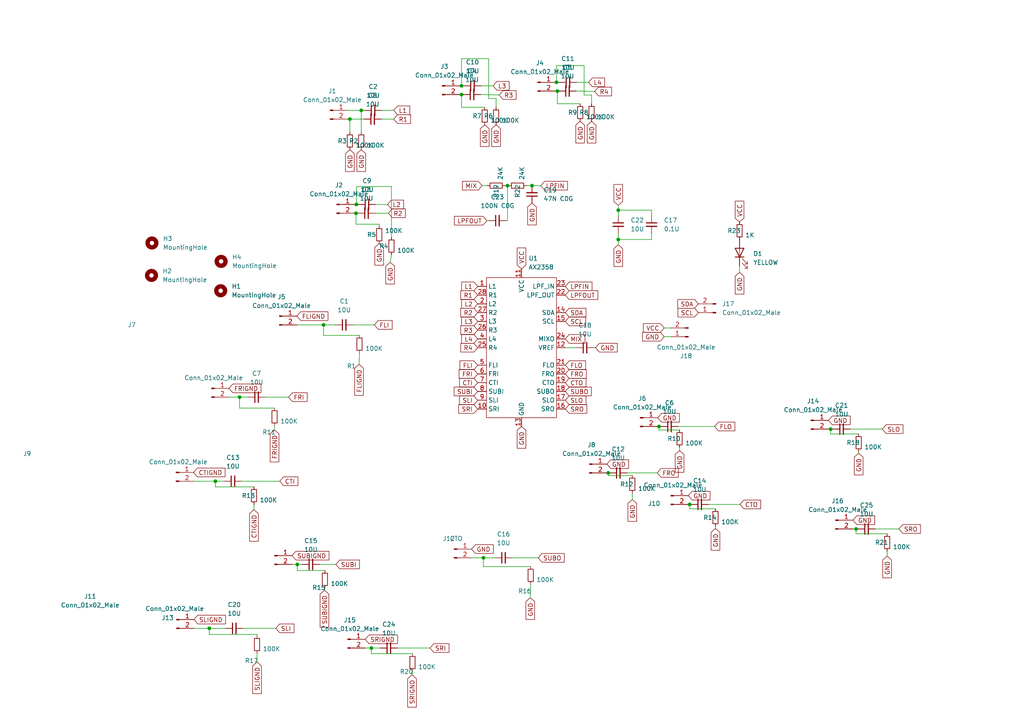
<source format=kicad_sch>
(kicad_sch (version 20230121) (generator eeschema)
  (paper "A4")
  (lib_symbols
    (symbol "Audio:AX2358"
      (property "Reference" "U" (at 0 0 0))
      (property "Value" "AX2358" (at 0 0 0))
      (symbol "AX2358_0_1"
        (polyline (pts (xy -10.16 50.8) (xy -10.16 12.7) (xy 10.16 12.7) (xy 10.16 53.34) (xy -10.16 53.34) (xy -10.16 50.8)))
      )
      (symbol "AX2358_1_1"
        (pin input line (at -12.7 50.8 0) (length 2.54) (name "L1") (number "1"))
        (pin input line (at -12.7 15.24 0) (length 2.54) (name "SRI") (number "10"))
        (pin input line (at 0 55.88 270) (length 2.54) (name "VCC") (number "11"))
        (pin output line (at 12.7 33.02 180) (length 2.54) (name "VREF") (number "12"))
        (pin input line (at 0 10.16 90) (length 2.54) (name "GND") (number "13"))
        (pin bidirectional line (at 12.7 43.18 180) (length 2.54) (name "SDA") (number "14"))
        (pin bidirectional line (at 12.7 40.64 180) (length 2.54) (name "SCL") (number "15"))
        (pin output line (at 12.7 15.24 180) (length 2.54) (name "SRO") (number "16"))
        (pin output line (at 12.7 17.78 180) (length 2.54) (name "SLO") (number "17"))
        (pin output line (at 12.7 20.32 180) (length 2.54) (name "SUBO") (number "18"))
        (pin output line (at 12.7 22.86 180) (length 2.54) (name "CTO") (number "19"))
        (pin input line (at -12.7 45.72 0) (length 2.54) (name "L2") (number "2"))
        (pin output line (at 12.7 25.4 180) (length 2.54) (name "FRO") (number "20"))
        (pin output line (at 12.7 27.94 180) (length 2.54) (name "FLO") (number "21"))
        (pin output line (at 12.7 48.26 180) (length 2.54) (name "LPF_OUT") (number "22"))
        (pin input line (at 12.7 50.8 180) (length 2.54) (name "LPF_IN") (number "23"))
        (pin output line (at 12.7 35.56 180) (length 2.54) (name "MIXO") (number "24"))
        (pin input line (at -12.7 33.02 0) (length 2.54) (name "R4") (number "25"))
        (pin input line (at -12.7 38.1 0) (length 2.54) (name "R3") (number "26"))
        (pin input line (at -12.7 43.18 0) (length 2.54) (name "R2") (number "27"))
        (pin input line (at -12.7 48.26 0) (length 2.54) (name "R1") (number "28"))
        (pin input line (at -12.7 40.64 0) (length 2.54) (name "L3") (number "3"))
        (pin input line (at -12.7 35.56 0) (length 2.54) (name "L4") (number "4"))
        (pin input line (at -12.7 27.94 0) (length 2.54) (name "FLI") (number "5"))
        (pin input line (at -12.7 25.4 0) (length 2.54) (name "FRI") (number "6"))
        (pin input line (at -12.7 22.86 0) (length 2.54) (name "CTI") (number "7"))
        (pin input line (at -12.7 20.32 0) (length 2.54) (name "SUBI") (number "8"))
        (pin input line (at -12.7 17.78 0) (length 2.54) (name "SLI") (number "9"))
      )
    )
    (symbol "Connector:Conn_01x02_Male" (pin_names (offset 1.016) hide)
      (property "Reference" "J" (at 0 2.54 0))
      (property "Value" "Conn_01x02_Male" (at 0 -5.08 0))
      (symbol "Conn_01x02_Male_1_1"
        (polyline (pts (xy 1.27 -2.54) (xy 0.8636 -2.54)) (stroke (width 0.1524)))
        (polyline (pts (xy 1.27 0) (xy 0.8636 0)) (stroke (width 0.1524)))
        (rectangle (start 0.8636 -2.413) (end 0 -2.667) (stroke (width 0.1524)) (fill (type outline)))
        (rectangle (start 0.8636 0.127) (end 0 -0.127) (stroke (width 0.1524)) (fill (type outline)))
        (pin passive line (at 5.08 0 180) (length 3.81) (name "Pin_1") (number "1"))
        (pin passive line (at 5.08 -2.54 180) (length 3.81) (name "Pin_2") (number "2"))
      )
    )
    (symbol "Device:C_Small" (pin_numbers hide) (pin_names (offset 0.254) hide)
      (property "Reference" "C" (at 0.254 1.778 0))
      (property "Value" "C_Small" (at 0.254 -2.032 0))
      (symbol "C_Small_0_1"
        (polyline (pts (xy -1.524 -0.508) (xy 1.524 -0.508)) (stroke (width 0.3302)))
        (polyline (pts (xy -1.524 0.508) (xy 1.524 0.508)) (stroke (width 0.3048)))
      )
      (symbol "C_Small_1_1"
        (pin passive line (at 0 2.54 270) (length 2.032) (name "~") (number "1"))
        (pin passive line (at 0 -2.54 90) (length 2.032) (name "~") (number "2"))
      )
    )
    (symbol "Device:LED" (pin_numbers hide) (pin_names (offset 1.016) hide)
      (property "Reference" "D" (at 0 2.54 0))
      (property "Value" "LED" (at 0 -2.54 0))
      (symbol "LED_0_1"
        (polyline (pts (xy -1.27 -1.27) (xy -1.27 1.27)) (stroke (width 0.254)))
        (polyline (pts (xy -1.27 0) (xy 1.27 0)))
        (polyline (pts (xy 1.27 -1.27) (xy 1.27 1.27) (xy -1.27 0) (xy 1.27 -1.27)) (stroke (width 0.254)))
        (polyline (pts (xy -3.048 -0.762) (xy -4.572 -2.286) (xy -3.81 -2.286) (xy -4.572 -2.286) (xy -4.572 -1.524)))
        (polyline (pts (xy -1.778 -0.762) (xy -3.302 -2.286) (xy -2.54 -2.286) (xy -3.302 -2.286) (xy -3.302 -1.524)))
      )
      (symbol "LED_1_1"
        (pin passive line (at -3.81 0 0) (length 2.54) (name "K") (number "1"))
        (pin passive line (at 3.81 0 180) (length 2.54) (name "A") (number "2"))
      )
    )
    (symbol "Device:R_Small" (pin_numbers hide) (pin_names (offset 0.254) hide)
      (property "Reference" "R" (at 0.762 0.508 0))
      (property "Value" "R_Small" (at 0.762 -1.016 0))
      (symbol "R_Small_0_1"
        (rectangle (start -0.762 1.778) (end 0.762 -1.778) (stroke (width 0.2032)))
      )
      (symbol "R_Small_1_1"
        (pin passive line (at 0 2.54 270) (length 0.762) (name "~") (number "1"))
        (pin passive line (at 0 -2.54 90) (length 0.762) (name "~") (number "2"))
      )
    )
    (symbol "Mechanical:MountingHole" (pin_names (offset 1.016))
      (property "Reference" "H" (at 0 5.08 0))
      (property "Value" "MountingHole" (at 0 3.175 0))
      (symbol "MountingHole_0_1"
        (circle (center 0 0) (radius 1.27) (stroke (width 1.27)))
      )
    )
  )
  (junction (at 69.469 115.189))
  (junction (at 179.324 60.96))
  (junction (at 104.775 32.004))
  (junction (at 161.417 23.876))
  (junction (at 103.378 59.309))
  (junction (at 103.251 61.849))
  (junction (at 101.473 34.544))
  (junction (at 179.324 69.469))
  (junction (at 60.706 182.245))
  (junction (at 147.193 53.848))
  (junction (at 140.208 161.798))
  (junction (at 176.403 137.16))
  (junction (at 107.696 187.96))
  (junction (at 240.919 124.46))
  (junction (at 93.853 94.234))
  (junction (at 86.233 163.703))
  (junction (at 191.135 123.698))
  (junction (at 133.858 27.432))
  (junction (at 154.305 53.848))
  (junction (at 161.671 26.416))
  (junction (at 248.285 153.416))
  (junction (at 62.484 139.573))
  (junction (at 200.025 146.304))
  (junction (at 133.858 24.892))
  (wire (pts (xy 62.484 139.573) (xy 62.484 141.224)))
  (wire (pts (xy 94.107 171.196) (xy 94.234 170.561)))
  (wire (pts (xy 161.036 26.416) (xy 161.671 26.416)))
  (wire (pts (xy 110.744 32.004) (xy 114.173 32.004)))
  (wire (pts (xy 110.617 34.544) (xy 114.173 34.544)))
  (wire (pts (xy 104.775 32.004) (xy 104.775 38.354)))
  (wire (pts (xy 103.251 61.849) (xy 103.251 65.024)))
  (wire (pts (xy 183.388 143.002) (xy 183.388 144.907)))
  (wire (pts (xy 140.589 27.432) (xy 144.78 27.559)))
  (wire (pts (xy 86.233 163.703) (xy 86.233 165.481)))
  (wire (pts (xy 194.564 97.663) (xy 192.659 97.663)))
  (wire (pts (xy 207.518 152.654) (xy 207.518 153.289)))
  (wire (pts (xy 147.193 53.848) (xy 146.431 53.848)))
  (wire (pts (xy 107.696 187.96) (xy 105.918 187.96)))
  (wire (pts (xy 133.858 24.892) (xy 133.35 24.892)))
  (wire (pts (xy 143.891 31.115) (xy 143.891 28.575)))
  (wire (pts (xy 197.104 129.794) (xy 197.104 130.683)))
  (wire (pts (xy 113.538 54.102) (xy 103.378 54.102)))
  (wire (pts (xy 93.853 97.282) (xy 104.267 97.282)))
  (wire (pts (xy 161.671 30.099) (xy 168.275 30.099)))
  (wire (pts (xy 69.469 115.189) (xy 66.421 115.189)))
  (wire (pts (xy 154.305 53.848) (xy 152.654 53.848)))
  (wire (pts (xy 107.696 189.611) (xy 119.634 189.611)))
  (wire (pts (xy 257.302 159.893) (xy 257.302 161.29)))
  (wire (pts (xy 133.35 27.432) (xy 133.858 27.432)))
  (wire (pts (xy 108.839 61.849) (xy 112.649 61.849)))
  (wire (pts (xy 113.538 73.914) (xy 113.157 76.073)))
  (wire (pts (xy 69.469 118.364) (xy 79.629 118.364)))
  (wire (pts (xy 179.324 70.993) (xy 179.324 69.469)))
  (wire (pts (xy 161.417 19.05) (xy 161.417 23.876)))
  (wire (pts (xy 156.845 53.848) (xy 154.305 53.848)))
  (wire (pts (xy 248.285 153.416) (xy 247.396 153.416)))
  (wire (pts (xy 133.858 31.115) (xy 140.589 31.115)))
  (wire (pts (xy 171.577 30.099) (xy 171.577 27.559)))
  (wire (pts (xy 205.486 146.304) (xy 214.63 146.304)))
  (wire (pts (xy 176.403 137.16) (xy 176.022 137.16)))
  (wire (pts (xy 100.838 34.544) (xy 101.473 34.544)))
  (wire (pts (xy 74.549 192.024) (xy 74.549 189.484)))
  (wire (pts (xy 143.51 161.798) (xy 140.208 161.798)))
  (wire (pts (xy 108.966 59.309) (xy 112.395 59.309)))
  (wire (pts (xy 60.706 182.245) (xy 60.706 184.023)))
  (wire (pts (xy 104.14 105.664) (xy 104.267 102.362)))
  (wire (pts (xy 200.025 146.304) (xy 199.644 146.304)))
  (wire (pts (xy 140.208 161.798) (xy 140.208 164.338)))
  (wire (pts (xy 133.858 27.432) (xy 134.366 27.432)))
  (wire (pts (xy 169.418 27.559) (xy 169.418 19.05)))
  (wire (pts (xy 172.72 100.838) (xy 172.212 100.838)))
  (wire (pts (xy 119.507 195.707) (xy 119.634 194.691)))
  (wire (pts (xy 191.135 124.714) (xy 197.104 124.714)))
  (wire (pts (xy 188.976 60.96) (xy 179.324 60.96)))
  (wire (pts (xy 97.282 94.234) (xy 93.853 94.234)))
  (wire (pts (xy 92.71 163.703) (xy 97.409 163.703)))
  (wire (pts (xy 141.732 17.018) (xy 133.858 17.018)))
  (wire (pts (xy 93.853 94.234) (xy 93.853 97.282)))
  (wire (pts (xy 104.775 32.004) (xy 100.838 32.004)))
  (wire (pts (xy 115.316 187.96) (xy 124.714 187.96)))
  (wire (pts (xy 248.793 153.416) (xy 248.285 153.416)))
  (wire (pts (xy 139.446 27.432) (xy 140.589 27.432)))
  (wire (pts (xy 200.025 147.574) (xy 207.518 147.574)))
  (wire (pts (xy 65.024 139.573) (xy 62.484 139.573)))
  (wire (pts (xy 107.696 187.96) (xy 107.696 189.611)))
  (wire (pts (xy 105.664 32.004) (xy 104.775 32.004)))
  (wire (pts (xy 143.891 28.575) (xy 141.732 28.575)))
  (wire (pts (xy 240.919 125.857) (xy 249.047 125.857)))
  (wire (pts (xy 179.324 60.96) (xy 179.324 62.611)))
  (wire (pts (xy 167.259 23.876) (xy 170.688 23.876)))
  (wire (pts (xy 167.132 100.838) (xy 163.957 100.838)))
  (wire (pts (xy 168.275 26.416) (xy 172.466 26.543)))
  (wire (pts (xy 196.723 123.698) (xy 207.264 123.698)))
  (wire (pts (xy 153.924 169.418) (xy 153.797 173.355)))
  (wire (pts (xy 79.629 124.714) (xy 79.629 123.444)))
  (wire (pts (xy 148.59 161.798) (xy 156.083 161.798)))
  (wire (pts (xy 161.036 23.876) (xy 161.417 23.876)))
  (wire (pts (xy 69.469 115.189) (xy 69.469 118.364)))
  (wire (pts (xy 176.784 137.16) (xy 176.403 137.16)))
  (wire (pts (xy 141.351 53.848) (xy 139.827 53.848)))
  (wire (pts (xy 110.236 187.96) (xy 107.696 187.96)))
  (wire (pts (xy 179.324 59.563) (xy 179.324 60.96)))
  (wire (pts (xy 171.577 27.559) (xy 169.418 27.559)))
  (wire (pts (xy 62.484 141.224) (xy 73.66 141.224)))
  (wire (pts (xy 102.743 59.309) (xy 103.378 59.309)))
  (wire (pts (xy 71.882 115.189) (xy 69.469 115.189)))
  (wire (pts (xy 101.473 34.544) (xy 105.537 34.544)))
  (wire (pts (xy 161.417 23.876) (xy 162.179 23.876)))
  (wire (pts (xy 241.554 124.46) (xy 240.919 124.46)))
  (wire (pts (xy 179.324 69.469) (xy 188.976 69.469)))
  (wire (pts (xy 147.193 64.008) (xy 146.812 64.008)))
  (wire (pts (xy 167.132 26.416) (xy 168.275 26.416)))
  (wire (pts (xy 161.671 26.416) (xy 161.671 30.099)))
  (wire (pts (xy 134.493 24.892) (xy 133.858 24.892)))
  (wire (pts (xy 103.378 54.102) (xy 103.378 59.309)))
  (wire (pts (xy 70.485 182.245) (xy 80.01 182.245)))
  (wire (pts (xy 87.63 163.703) (xy 86.233 163.703)))
  (wire (pts (xy 60.706 182.245) (xy 56.261 182.245)))
  (wire (pts (xy 191.135 123.698) (xy 191.135 124.714)))
  (wire (pts (xy 74.549 184.023) (xy 74.549 184.404)))
  (wire (pts (xy 191.135 123.698) (xy 190.754 123.698)))
  (wire (pts (xy 194.564 95.123) (xy 192.659 95.123)))
  (wire (pts (xy 139.573 24.892) (xy 143.002 24.892)))
  (wire (pts (xy 93.853 94.234) (xy 86.106 94.234)))
  (wire (pts (xy 141.732 28.575) (xy 141.732 17.018)))
  (wire (pts (xy 147.193 53.848) (xy 147.193 64.008)))
  (wire (pts (xy 76.962 115.189) (xy 83.693 115.189)))
  (wire (pts (xy 188.976 69.469) (xy 188.976 67.691)))
  (wire (pts (xy 179.324 69.469) (xy 179.324 67.691)))
  (wire (pts (xy 176.403 137.16) (xy 176.403 137.922)))
  (wire (pts (xy 73.66 147.828) (xy 73.66 146.304)))
  (wire (pts (xy 113.538 68.834) (xy 113.538 54.102)))
  (wire (pts (xy 102.743 61.849) (xy 103.251 61.849)))
  (wire (pts (xy 103.378 59.309) (xy 103.886 59.309)))
  (wire (pts (xy 141.224 64.008) (xy 141.732 64.008)))
  (wire (pts (xy 103.251 65.024) (xy 109.982 65.024)))
  (wire (pts (xy 133.858 27.432) (xy 133.858 31.115)))
  (wire (pts (xy 60.706 184.023) (xy 74.549 184.023)))
  (wire (pts (xy 248.285 154.813) (xy 257.302 154.813)))
  (wire (pts (xy 214.503 78.994) (xy 214.503 77.089)))
  (wire (pts (xy 109.982 65.024) (xy 109.982 65.532)))
  (wire (pts (xy 176.403 137.922) (xy 183.388 137.922)))
  (wire (pts (xy 147.574 53.848) (xy 147.193 53.848)))
  (wire (pts (xy 70.104 139.573) (xy 81.153 139.573)))
  (wire (pts (xy 86.233 163.703) (xy 84.709 163.703)))
  (wire (pts (xy 65.405 182.245) (xy 60.706 182.245)))
  (wire (pts (xy 191.643 123.698) (xy 191.135 123.698)))
  (wire (pts (xy 102.362 94.234) (xy 108.585 94.234)))
  (wire (pts (xy 62.484 139.573) (xy 56.134 139.573)))
  (wire (pts (xy 200.406 146.304) (xy 200.025 146.304)))
  (wire (pts (xy 169.418 19.05) (xy 161.417 19.05)))
  (wire (pts (xy 248.285 153.416) (xy 248.285 154.813)))
  (wire (pts (xy 200.025 146.304) (xy 200.025 147.574)))
  (wire (pts (xy 240.919 124.46) (xy 240.919 125.857)))
  (wire (pts (xy 86.233 165.481) (xy 94.234 165.481)))
  (wire (pts (xy 246.634 124.46) (xy 255.905 124.46)))
  (wire (pts (xy 140.208 164.338) (xy 153.924 164.338)))
  (wire (pts (xy 103.251 61.849) (xy 103.759 61.849)))
  (wire (pts (xy 253.873 153.416) (xy 260.731 153.416)))
  (wire (pts (xy 249.047 130.937) (xy 249.047 131.445)))
  (wire (pts (xy 188.976 62.611) (xy 188.976 60.96)))
  (wire (pts (xy 240.919 124.46) (xy 240.284 124.46)))
  (wire (pts (xy 133.858 17.018) (xy 133.858 24.892)))
  (wire (pts (xy 181.864 137.16) (xy 190.627 137.16)))
  (wire (pts (xy 161.671 26.416) (xy 162.052 26.416)))
  (wire (pts (xy 101.473 34.544) (xy 101.473 38.354)))
  (wire (pts (xy 140.208 161.798) (xy 136.779 161.798)))
  (global_label "R2" (shape input) (at 138.557 90.678 180) (property "Intersheetrefs" "${INTERSHEET_REFS}" (effects hide)))
  (global_label "GND" (shape input) (at 171.577 35.179 270) (property "Intersheetrefs" "${INTERSHEET_REFS}" (effects hide)))
  (global_label "GND" (shape input) (at 136.779 159.258 0) (property "Intersheetrefs" "${INTERSHEET_REFS}" (effects hide)))
  (global_label "LPFIN" (shape input) (at 156.845 53.848 0) (property "Intersheetrefs" "${INTERSHEET_REFS}" (effects hide)))
  (global_label "GND" (shape input) (at 207.518 153.289 270) (property "Intersheetrefs" "${INTERSHEET_REFS}" (effects hide)))
  (global_label "GND" (shape input) (at 199.644 143.764 0) (property "Intersheetrefs" "${INTERSHEET_REFS}" (effects hide)))
  (global_label "R1" (shape input) (at 138.557 85.598 180) (property "Intersheetrefs" "${INTERSHEET_REFS}" (effects hide)))
  (global_label "GND" (shape input) (at 214.503 78.994 270) (property "Intersheetrefs" "${INTERSHEET_REFS}" (effects hide)))
  (global_label "FRI" (shape input) (at 138.557 108.458 180) (property "Intersheetrefs" "${INTERSHEET_REFS}" (effects hide)))
  (global_label "VCC" (shape input) (at 214.503 64.389 90) (property "Intersheetrefs" "${INTERSHEET_REFS}" (effects hide)))
  (global_label "SLI" (shape input) (at 138.557 116.078 180) (property "Intersheetrefs" "${INTERSHEET_REFS}" (effects hide)))
  (global_label "SUBIGND" (shape input) (at 84.709 161.163 0) (property "Intersheetrefs" "${INTERSHEET_REFS}" (effects hide)))
  (global_label "CTIGND" (shape input) (at 56.134 137.033 0) (property "Intersheetrefs" "${INTERSHEET_REFS}" (effects hide)))
  (global_label "FLI" (shape input) (at 108.585 94.234 0) (property "Intersheetrefs" "${INTERSHEET_REFS}" (effects hide)))
  (global_label "SLIGND" (shape input) (at 56.261 179.705 0) (property "Intersheetrefs" "${INTERSHEET_REFS}" (effects hide)))
  (global_label "GND" (shape input) (at 168.275 35.179 270) (property "Intersheetrefs" "${INTERSHEET_REFS}" (effects hide)))
  (global_label "GND" (shape input) (at 104.775 43.434 270) (property "Intersheetrefs" "${INTERSHEET_REFS}" (effects hide)))
  (global_label "SCL" (shape input) (at 163.957 93.218 0) (property "Intersheetrefs" "${INTERSHEET_REFS}" (effects hide)))
  (global_label "SRIGND" (shape input) (at 105.918 185.42 0) (property "Intersheetrefs" "${INTERSHEET_REFS}" (effects hide)))
  (global_label "L4" (shape input) (at 138.557 98.298 180) (property "Intersheetrefs" "${INTERSHEET_REFS}" (effects hide)))
  (global_label "GND" (shape input) (at 257.302 161.29 270) (property "Intersheetrefs" "${INTERSHEET_REFS}" (effects hide)))
  (global_label "VCC" (shape input) (at 151.257 77.978 90) (property "Intersheetrefs" "${INTERSHEET_REFS}" (effects hide)))
  (global_label "GND" (shape input) (at 183.388 144.907 270) (property "Intersheetrefs" "${INTERSHEET_REFS}" (effects hide)))
  (global_label "L1" (shape input) (at 114.173 32.004 0) (property "Intersheetrefs" "${INTERSHEET_REFS}" (effects hide)))
  (global_label "GND" (shape input) (at 143.891 36.195 270) (property "Intersheetrefs" "${INTERSHEET_REFS}" (effects hide)))
  (global_label "SLO" (shape input) (at 255.905 124.46 0) (property "Intersheetrefs" "${INTERSHEET_REFS}" (effects hide)))
  (global_label "LPFOUT" (shape input) (at 163.957 85.598 0) (property "Intersheetrefs" "${INTERSHEET_REFS}" (effects hide)))
  (global_label "FRIGND" (shape input) (at 66.421 112.649 0) (property "Intersheetrefs" "${INTERSHEET_REFS}" (effects hide)))
  (global_label "L2" (shape input) (at 112.395 59.309 0) (property "Intersheetrefs" "${INTERSHEET_REFS}" (effects hide)))
  (global_label "LPFIN" (shape input) (at 163.957 83.058 0) (property "Intersheetrefs" "${INTERSHEET_REFS}" (effects hide)))
  (global_label "R3" (shape input) (at 144.78 27.559 0) (property "Intersheetrefs" "${INTERSHEET_REFS}" (effects hide)))
  (global_label "VCC" (shape input) (at 179.324 59.563 90) (property "Intersheetrefs" "${INTERSHEET_REFS}" (effects hide)))
  (global_label "GND" (shape input) (at 176.022 134.62 0) (property "Intersheetrefs" "${INTERSHEET_REFS}" (effects hide)))
  (global_label "GND" (shape input) (at 247.396 150.876 0) (property "Intersheetrefs" "${INTERSHEET_REFS}" (effects hide)))
  (global_label "MIX" (shape input) (at 163.957 98.298 0) (property "Intersheetrefs" "${INTERSHEET_REFS}" (effects hide)))
  (global_label "R2" (shape input) (at 112.649 61.849 0) (property "Intersheetrefs" "${INTERSHEET_REFS}" (effects hide)))
  (global_label "SLI" (shape input) (at 80.01 182.245 0) (property "Intersheetrefs" "${INTERSHEET_REFS}" (effects hide)))
  (global_label "FRI" (shape input) (at 83.693 115.189 0) (property "Intersheetrefs" "${INTERSHEET_REFS}" (effects hide)))
  (global_label "R4" (shape input) (at 172.466 26.543 0) (property "Intersheetrefs" "${INTERSHEET_REFS}" (effects hide)))
  (global_label "SUBO" (shape input) (at 163.957 113.538 0) (property "Intersheetrefs" "${INTERSHEET_REFS}" (effects hide)))
  (global_label "GND" (shape input) (at 240.284 121.92 0) (property "Intersheetrefs" "${INTERSHEET_REFS}" (effects hide)))
  (global_label "GND" (shape input) (at 179.324 70.993 270) (property "Intersheetrefs" "${INTERSHEET_REFS}" (effects hide)))
  (global_label "SDA" (shape input) (at 202.565 88.138 180) (property "Intersheetrefs" "${INTERSHEET_REFS}" (effects hide)))
  (global_label "GND" (shape input) (at 151.257 123.698 270) (property "Intersheetrefs" "${INTERSHEET_REFS}" (effects hide)))
  (global_label "SLIGND" (shape input) (at 74.549 192.024 270) (property "Intersheetrefs" "${INTERSHEET_REFS}" (effects hide)))
  (global_label "SRIGND" (shape input) (at 119.507 195.707 270) (property "Intersheetrefs" "${INTERSHEET_REFS}" (effects hide)))
  (global_label "L2" (shape input) (at 138.557 88.138 180) (property "Intersheetrefs" "${INTERSHEET_REFS}" (effects hide)))
  (global_label "FRO" (shape input) (at 190.627 137.16 0) (property "Intersheetrefs" "${INTERSHEET_REFS}" (effects hide)))
  (global_label "R1" (shape input) (at 114.173 34.544 0) (property "Intersheetrefs" "${INTERSHEET_REFS}" (effects hide)))
  (global_label "GND" (shape input) (at 140.589 36.195 270) (property "Intersheetrefs" "${INTERSHEET_REFS}" (effects hide)))
  (global_label "SUBIGND" (shape input) (at 94.107 171.196 270) (property "Intersheetrefs" "${INTERSHEET_REFS}" (effects hide)))
  (global_label "SDA" (shape input) (at 163.957 90.678 0) (property "Intersheetrefs" "${INTERSHEET_REFS}" (effects hide)))
  (global_label "GND" (shape input) (at 197.104 130.683 270) (property "Intersheetrefs" "${INTERSHEET_REFS}" (effects hide)))
  (global_label "FLIGND" (shape input) (at 104.14 105.664 270) (property "Intersheetrefs" "${INTERSHEET_REFS}" (effects hide)))
  (global_label "FRIGND" (shape input) (at 79.629 124.714 270) (property "Intersheetrefs" "${INTERSHEET_REFS}" (effects hide)))
  (global_label "SRO" (shape input) (at 163.957 118.618 0) (property "Intersheetrefs" "${INTERSHEET_REFS}" (effects hide)))
  (global_label "L1" (shape input) (at 138.557 83.058 180) (property "Intersheetrefs" "${INTERSHEET_REFS}" (effects hide)))
  (global_label "FLIGND" (shape input) (at 86.106 91.694 0) (property "Intersheetrefs" "${INTERSHEET_REFS}" (effects hide)))
  (global_label "CTIGND" (shape input) (at 73.66 147.828 270) (property "Intersheetrefs" "${INTERSHEET_REFS}" (effects hide)))
  (global_label "SCL" (shape input) (at 202.565 90.678 180) (property "Intersheetrefs" "${INTERSHEET_REFS}" (effects hide)))
  (global_label "GND" (shape input) (at 109.982 70.612 270) (property "Intersheetrefs" "${INTERSHEET_REFS}" (effects hide)))
  (global_label "SLO" (shape input) (at 163.957 116.078 0) (property "Intersheetrefs" "${INTERSHEET_REFS}" (effects hide)))
  (global_label "R4" (shape input) (at 138.557 100.838 180) (property "Intersheetrefs" "${INTERSHEET_REFS}" (effects hide)))
  (global_label "L4" (shape input) (at 170.688 23.876 0) (property "Intersheetrefs" "${INTERSHEET_REFS}" (effects hide)))
  (global_label "GND" (shape input) (at 101.473 43.434 270) (property "Intersheetrefs" "${INTERSHEET_REFS}" (effects hide)))
  (global_label "FRO" (shape input) (at 163.957 108.458 0) (property "Intersheetrefs" "${INTERSHEET_REFS}" (effects hide)))
  (global_label "L3" (shape input) (at 138.557 93.218 180) (property "Intersheetrefs" "${INTERSHEET_REFS}" (effects hide)))
  (global_label "SRI" (shape input) (at 138.557 118.618 180) (property "Intersheetrefs" "${INTERSHEET_REFS}" (effects hide)))
  (global_label "SRI" (shape input) (at 124.714 187.96 0) (property "Intersheetrefs" "${INTERSHEET_REFS}" (effects hide)))
  (global_label "FLO" (shape input) (at 163.957 105.918 0) (property "Intersheetrefs" "${INTERSHEET_REFS}" (effects hide)))
  (global_label "SUBI" (shape input) (at 97.409 163.703 0) (property "Intersheetrefs" "${INTERSHEET_REFS}" (effects hide)))
  (global_label "CTI" (shape input) (at 138.557 110.998 180) (property "Intersheetrefs" "${INTERSHEET_REFS}" (effects hide)))
  (global_label "GND" (shape input) (at 172.72 100.838 0) (property "Intersheetrefs" "${INTERSHEET_REFS}" (effects hide)))
  (global_label "SUBO" (shape input) (at 156.083 161.798 0) (property "Intersheetrefs" "${INTERSHEET_REFS}" (effects hide)))
  (global_label "LPFOUT" (shape input) (at 141.224 64.008 180) (property "Intersheetrefs" "${INTERSHEET_REFS}" (effects hide)))
  (global_label "GND" (shape input) (at 192.659 97.663 180) (property "Intersheetrefs" "${INTERSHEET_REFS}" (effects hide)))
  (global_label "FLO" (shape input) (at 207.264 123.698 0) (property "Intersheetrefs" "${INTERSHEET_REFS}" (effects hide)))
  (global_label "MIX" (shape input) (at 139.827 53.848 180) (property "Intersheetrefs" "${INTERSHEET_REFS}" (effects hide)))
  (global_label "GND" (shape input) (at 153.797 173.355 270) (property "Intersheetrefs" "${INTERSHEET_REFS}" (effects hide)))
  (global_label "CTO" (shape input) (at 163.957 110.998 0) (property "Intersheetrefs" "${INTERSHEET_REFS}" (effects hide)))
  (global_label "GND" (shape input) (at 113.157 76.073 270) (property "Intersheetrefs" "${INTERSHEET_REFS}" (effects hide)))
  (global_label "GND" (shape input) (at 190.754 121.158 0) (property "Intersheetrefs" "${INTERSHEET_REFS}" (effects hide)))
  (global_label "FLI" (shape input) (at 138.557 105.918 180) (property "Intersheetrefs" "${INTERSHEET_REFS}" (effects hide)))
  (global_label "CTO" (shape input) (at 214.63 146.304 0) (property "Intersheetrefs" "${INTERSHEET_REFS}" (effects hide)))
  (global_label "R3" (shape input) (at 138.557 95.758 180) (property "Intersheetrefs" "${INTERSHEET_REFS}" (effects hide)))
  (global_label "GND" (shape input) (at 249.047 131.445 270) (property "Intersheetrefs" "${INTERSHEET_REFS}" (effects hide)))
  (global_label "SUBI" (shape input) (at 138.557 113.538 180) (property "Intersheetrefs" "${INTERSHEET_REFS}" (effects hide)))
  (global_label "GND" (shape input) (at 154.305 58.928 270) (property "Intersheetrefs" "${INTERSHEET_REFS}" (effects hide)))
  (global_label "VCC" (shape input) (at 192.659 95.123 180) (property "Intersheetrefs" "${INTERSHEET_REFS}" (effects hide)))
  (global_label "L3" (shape input) (at 143.002 24.892 0) (property "Intersheetrefs" "${INTERSHEET_REFS}" (effects hide)))
  (global_label "SRO" (shape input) (at 260.731 153.416 0) (property "Intersheetrefs" "${INTERSHEET_REFS}" (effects hide)))
  (global_label "CTI" (shape input) (at 81.153 139.573 0) (property "Intersheetrefs" "${INTERSHEET_REFS}" (effects hide)))
  (symbol (lib_id "Device:C_Small") (at 67.564 139.573 90) (unit 1)
    (property "Reference" "C13" (at 67.5703 132.715 90))
    (property "Value" "10U" (at 67.5703 135.255 90))
    (property "Footprint" "Capacitor_THT:CP_Radial_D5.0mm_P2.50mm" (effects hide))
  )
  (symbol (lib_id "Device:R_Small") (at 143.891 53.848 90) (unit 1)
    (property "Reference" "R19" (at 143.891 57.404 0) (effects (justify left)))
    (property "Value" "24K" (at 145.1609 52.197 0) (effects (justify left)))
    (property "Footprint" "Resistor_SMD:R_0805_2012Metric_Pad1.20x1.40mm_HandSolder" (effects hide))
  )
  (symbol (lib_id "Connector:Conn_01x02_Male") (at 97.663 59.309 0) (unit 1)
    (property "Reference" "J2" (at 98.298 53.721 0))
    (property "Value" "Conn_01x02_Male" (at 98.298 56.261 0))
    (property "Footprint" "Connector_JST:JST_PH_B2B-PH-K_1x02_P2.00mm_Vertical" (effects hide))
  )
  (symbol (lib_id "Device:R_Small") (at 109.982 68.072 0) (unit 1)
    (property "Reference" "R5" (at 106.426 68.072 0) (effects (justify left)))
    (property "Value" "100K" (at 111.633 66.929 0) (effects (justify left)))
    (property "Footprint" "Resistor_SMD:R_0805_2012Metric_Pad1.20x1.40mm_HandSolder" (effects hide))
  )
  (symbol (lib_id "Device:R_Small") (at 171.577 32.639 0) (unit 1)
    (property "Reference" "R8" (at 168.021 32.639 0) (effects (justify left)))
    (property "Value" "100K" (at 173.228 33.9089 0) (effects (justify left)))
    (property "Footprint" "Resistor_SMD:R_0805_2012Metric_Pad1.20x1.40mm_HandSolder" (effects hide))
  )
  (symbol (lib_id "Device:R_Small") (at 153.924 166.878 0) (unit 1)
    (property "Reference" "R16" (at 150.241 171.45 0) (effects (justify left)))
    (property "Value" "100K" (at 155.575 168.1479 0) (effects (justify left)))
    (property "Footprint" "Resistor_SMD:R_0805_2012Metric_Pad1.20x1.40mm_HandSolder" (effects hide))
  )
  (symbol (lib_id "Connector:Conn_01x02_Male") (at 100.838 185.42 0) (unit 1)
    (property "Reference" "J15" (at 101.473 179.832 0))
    (property "Value" "Conn_01x02_Male" (at 101.473 182.372 0))
    (property "Footprint" "Connector_JST:JST_PH_B2B-PH-K_1x02_P2.00mm_Vertical" (effects hide))
  )
  (symbol (lib_id "Device:R_Small") (at 140.589 33.655 0) (unit 1)
    (property "Reference" "R7" (at 137.033 33.655 0) (effects (justify left)))
    (property "Value" "100K" (at 142.24 34.9249 0) (effects (justify left)))
    (property "Footprint" "Resistor_SMD:R_0805_2012Metric_Pad1.20x1.40mm_HandSolder" (effects hide))
  )
  (symbol (lib_id "Connector:Conn_01x02_Male") (at 235.204 121.92 0) (unit 1)
    (property "Reference" "J14" (at 235.839 116.332 0))
    (property "Value" "Conn_01x02_Male" (at 235.839 118.872 0))
    (property "Footprint" "Connector_JST:JST_PH_B2B-PH-K_1x02_P2.00mm_Vertical" (effects hide))
  )
  (symbol (lib_id "Connector:Conn_01x02_Male") (at 155.956 23.876 0) (unit 1)
    (property "Reference" "J4" (at 156.591 18.288 0))
    (property "Value" "Conn_01x02_Male" (at 156.591 20.828 0))
    (property "Footprint" "Connector_JST:JST_PH_B2B-PH-K_1x02_P2.00mm_Vertical" (effects hide))
  )
  (symbol (lib_id "Device:C_Small") (at 99.822 94.234 90) (unit 1)
    (property "Reference" "C1" (at 99.8283 87.376 90))
    (property "Value" "10U" (at 99.8283 89.916 90))
    (property "Footprint" "Capacitor_THT:CP_Radial_D5.0mm_P2.50mm" (effects hide))
  )
  (symbol (lib_id "Connector:Conn_01x02_Male") (at 170.942 134.62 0) (unit 1)
    (property "Reference" "J8" (at 171.577 129.032 0))
    (property "Value" "Conn_01x02_Male" (at 171.577 131.572 0))
    (property "Footprint" "Connector_JST:JST_PH_B2B-PH-K_1x02_P2.00mm_Vertical" (effects hide))
  )
  (symbol (lib_id "Device:R_Small") (at 79.629 120.904 0) (unit 1)
    (property "Reference" "R11" (at 76.073 125.349 0) (effects (justify left)))
    (property "Value" "100K" (at 81.28 122.1739 0) (effects (justify left)))
    (property "Footprint" "Resistor_SMD:R_0805_2012Metric_Pad1.20x1.40mm_HandSolder" (effects hide))
  )
  (symbol (lib_id "Device:C_Small") (at 136.906 27.432 90) (unit 1)
    (property "Reference" "C4" (at 136.9123 20.574 90))
    (property "Value" "10U" (at 136.9123 23.114 90))
    (property "Footprint" "Capacitor_THT:CP_Radial_D5.0mm_P2.50mm" (effects hide))
  )
  (symbol (lib_id "Connector:Conn_01x02_Male") (at 51.181 179.705 0) (unit 1)
    (property "Reference" "J13" (at 48.641 179.197 0))
    (property "Value" "Conn_01x02_Male" (at 50.673 176.53 0))
    (property "Footprint" "Connector_JST:JST_PH_B2B-PH-K_1x02_P2.00mm_Vertical" (effects hide))
  )
  (symbol (lib_id "Device:C_Small") (at 164.592 26.416 90) (unit 1)
    (property "Reference" "C5" (at 164.5983 19.558 90))
    (property "Value" "10U" (at 164.5983 22.098 90))
    (property "Footprint" "Capacitor_THT:CP_Radial_D5.0mm_P2.50mm" (effects hide))
  )
  (symbol (lib_id "Device:R_Small") (at 104.775 40.894 0) (unit 1)
    (property "Reference" "R2" (at 101.219 40.894 0) (effects (justify left)))
    (property "Value" "100K" (at 106.426 42.1639 0) (effects (justify left)))
    (property "Footprint" "Resistor_SMD:R_0805_2012Metric_Pad1.20x1.40mm_HandSolder" (effects hide))
  )
  (symbol (lib_id "Connector:Conn_01x02_Male") (at 95.758 32.004 0) (unit 1)
    (property "Reference" "J1" (at 96.393 26.416 0))
    (property "Value" "Conn_01x02_Male" (at 96.393 28.956 0))
    (property "Footprint" "Connector_JST:JST_PH_B2B-PH-K_1x02_P2.00mm_Vertical" (effects hide))
  )
  (symbol (lib_id "Device:R_Small") (at 150.114 53.848 90) (unit 1)
    (property "Reference" "R22" (at 150.114 57.404 0) (effects (justify left)))
    (property "Value" "24K" (at 151.3839 52.197 0) (effects (justify left)))
    (property "Footprint" "Resistor_SMD:R_0805_2012Metric_Pad1.20x1.40mm_HandSolder" (effects hide))
  )
  (symbol (lib_id "Mechanical:MountingHole") (at 64.135 75.819 0) (unit 1)
    (property "Reference" "H4" (at 67.31 74.5489 0) (effects (justify left)))
    (property "Value" "MountingHole" (at 67.31 77.0889 0) (effects (justify left)))
    (property "Footprint" "MountingHole:MountingHole_3.2mm_M3" (effects hide))
  )
  (symbol (lib_id "Connector:Conn_01x02_Male") (at 131.699 159.258 0) (unit 1)
    (property "Reference" "J12" (at 130.175 156.21 0))
    (property "Value" "CTO" (at 132.334 156.21 0))
    (property "Footprint" "Connector_JST:JST_PH_B2B-PH-K_1x02_P2.00mm_Vertical" (effects hide))
  )
  (symbol (lib_id "Connector:Conn_01x02_Male") (at 242.316 150.876 0) (unit 1)
    (property "Reference" "J16" (at 242.951 145.288 0))
    (property "Value" "Conn_01x02_Male" (at 242.951 147.828 0))
    (property "Footprint" "Connector_JST:JST_PH_B2B-PH-K_1x02_P2.00mm_Vertical" (effects hide))
  )
  (symbol (lib_id "Audio:AX2358") (at 151.257 133.858 0) (unit 1)
    (property "Reference" "U1" (at 153.2764 74.93 0) (effects (justify left)))
    (property "Value" "AX2358" (at 153.2764 77.47 0) (effects (justify left)))
    (property "Footprint" "Package_SO:SOIC-28W_7.5x18.7mm_P1.27mm" (effects hide))
  )
  (symbol (lib_id "Device:R_Small") (at 94.234 168.021 0) (unit 1)
    (property "Reference" "R15" (at 90.551 170.434 0) (effects (justify left)))
    (property "Value" "100K" (at 95.885 169.2909 0) (effects (justify left)))
    (property "Footprint" "Resistor_SMD:R_0805_2012Metric_Pad1.20x1.40mm_HandSolder" (effects hide))
  )
  (symbol (lib_id "Mechanical:MountingHole") (at 44.069 70.485 0) (unit 1)
    (property "Reference" "H3" (at 47.244 69.2149 0) (effects (justify left)))
    (property "Value" "MountingHole" (at 47.244 71.7549 0) (effects (justify left)))
    (property "Footprint" "MountingHole:MountingHole_3.2mm_M3" (effects hide))
  )
  (symbol (lib_id "Connector:Conn_01x02_Male") (at 51.054 137.033 0) (unit 1)
    (property "Reference" "J9" (at 7.874 131.572 0))
    (property "Value" "Conn_01x02_Male" (at 51.689 133.985 0))
    (property "Footprint" "Connector_JST:JST_PH_B2B-PH-K_1x02_P2.00mm_Vertical" (effects hide))
  )
  (symbol (lib_id "Device:C_Small") (at 74.422 115.189 90) (unit 1)
    (property "Reference" "C7" (at 74.4283 108.331 90))
    (property "Value" "10U" (at 74.4283 110.871 90))
    (property "Footprint" "Capacitor_THT:CP_Radial_D5.0mm_P2.50mm" (effects hide))
  )
  (symbol (lib_id "Device:R_Small") (at 113.538 71.374 0) (unit 1)
    (property "Reference" "R4" (at 109.982 71.374 0) (effects (justify left)))
    (property "Value" "100K" (at 115.189 72.6439 0) (effects (justify left)))
    (property "Footprint" "Resistor_SMD:R_0805_2012Metric_Pad1.20x1.40mm_HandSolder" (effects hide))
  )
  (symbol (lib_id "Device:C_Small") (at 67.945 182.245 90) (unit 1)
    (property "Reference" "C20" (at 67.9513 175.387 90))
    (property "Value" "10U" (at 67.9513 177.927 90))
    (property "Footprint" "Capacitor_THT:CP_Radial_D5.0mm_P2.50mm" (effects hide))
  )
  (symbol (lib_id "Device:R_Small") (at 197.104 127.254 0) (unit 1)
    (property "Reference" "R10" (at 193.548 127.254 0) (effects (justify left)))
    (property "Value" "100K" (at 198.755 128.5239 0) (effects (justify left)))
    (property "Footprint" "Resistor_SMD:R_0805_2012Metric_Pad1.20x1.40mm_HandSolder" (effects hide))
  )
  (symbol (lib_id "Connector:Conn_01x02_Male") (at 61.341 112.649 0) (unit 1)
    (property "Reference" "J7" (at 38.227 94.234 0))
    (property "Value" "Conn_01x02_Male" (at 61.976 109.601 0))
    (property "Footprint" "Connector_JST:JST_PH_B2B-PH-K_1x02_P2.00mm_Vertical" (effects hide))
  )
  (symbol (lib_id "Device:R_Small") (at 214.503 66.929 0) (unit 1)
    (property "Reference" "R23" (at 210.947 66.929 0) (effects (justify left)))
    (property "Value" "1K" (at 216.154 68.1989 0) (effects (justify left)))
    (property "Footprint" "Resistor_SMD:R_0603_1608Metric_Pad0.98x0.95mm_HandSolder" (effects hide))
  )
  (symbol (lib_id "Device:R_Small") (at 119.634 192.151 0) (unit 1)
    (property "Reference" "R20" (at 115.951 194.818 0) (effects (justify left)))
    (property "Value" "100K" (at 121.285 193.4209 0) (effects (justify left)))
    (property "Footprint" "Resistor_SMD:R_0805_2012Metric_Pad1.20x1.40mm_HandSolder" (effects hide))
  )
  (symbol (lib_id "Connector:Conn_01x02_Male") (at 81.026 91.694 0) (unit 1)
    (property "Reference" "J5" (at 81.661 86.106 0))
    (property "Value" "Conn_01x02_Male" (at 81.661 88.646 0))
    (property "Footprint" "Connector_JST:JST_PH_B2B-PH-K_1x02_P2.00mm_Vertical" (effects hide))
  )
  (symbol (lib_id "Device:C_Small") (at 90.17 163.703 90) (unit 1)
    (property "Reference" "C15" (at 90.1763 156.845 90))
    (property "Value" "10U" (at 90.1763 159.385 90))
    (property "Footprint" "Capacitor_THT:CP_Radial_D5.0mm_P2.50mm" (effects hide))
  )
  (symbol (lib_id "Device:C_Small") (at 106.299 61.849 90) (unit 1)
    (property "Reference" "C3" (at 106.3053 54.991 90))
    (property "Value" "10U" (at 106.3053 57.531 90))
    (property "Footprint" "Capacitor_THT:CP_Radial_D5.0mm_P2.50mm" (effects hide))
  )
  (symbol (lib_id "Device:C_Small") (at 108.204 32.004 90) (unit 1)
    (property "Reference" "C2" (at 108.2103 25.146 90))
    (property "Value" "10U" (at 108.2103 27.686 90))
    (property "Footprint" "Capacitor_THT:CP_Radial_D5.0mm_P2.50mm" (effects hide))
  )
  (symbol (lib_id "Connector:Conn_01x02_Male") (at 79.629 161.163 0) (unit 1)
    (property "Reference" "J11" (at 26.162 172.974 0))
    (property "Value" "Conn_01x02_Male" (at 26.162 175.514 0))
    (property "Footprint" "Connector_JST:JST_PH_B2B-PH-K_1x02_P2.00mm_Vertical" (effects hide))
  )
  (symbol (lib_id "Connector:Conn_01x02_Male") (at 128.27 24.892 0) (unit 1)
    (property "Reference" "J3" (at 128.905 19.304 0))
    (property "Value" "Conn_01x02_Male" (at 128.905 21.844 0))
    (property "Footprint" "Connector_JST:JST_PH_B2B-PH-K_1x02_P2.00mm_Vertical" (effects hide))
  )
  (symbol (lib_id "Device:C_Small") (at 164.719 23.876 90) (unit 1)
    (property "Reference" "C11" (at 164.7253 17.018 90))
    (property "Value" "10U" (at 164.7253 19.558 90))
    (property "Footprint" "Capacitor_THT:CP_Radial_D5.0mm_P2.50mm" (effects hide))
  )
  (symbol (lib_id "Device:R_Small") (at 257.302 157.353 0) (unit 1)
    (property "Reference" "R21" (at 253.746 157.353 0) (effects (justify left)))
    (property "Value" "100K" (at 258.953 158.6229 0) (effects (justify left)))
    (property "Footprint" "Resistor_SMD:R_0805_2012Metric_Pad1.20x1.40mm_HandSolder" (effects hide))
  )
  (symbol (lib_id "Connector:Conn_01x02_Male") (at 199.644 97.663 180) (unit 1)
    (property "Reference" "J18" (at 199.009 103.251 0))
    (property "Value" "Conn_01x02_Male" (at 199.009 100.711 0))
    (property "Footprint" "Connector_JST:JST_PH_B2B-PH-K_1x02_P2.00mm_Vertical" (effects hide))
  )
  (symbol (lib_id "Device:R_Small") (at 207.518 150.114 0) (unit 1)
    (property "Reference" "R14" (at 203.962 150.114 0) (effects (justify left)))
    (property "Value" "100K" (at 209.169 151.3839 0) (effects (justify left)))
    (property "Footprint" "Resistor_SMD:R_0805_2012Metric_Pad1.20x1.40mm_HandSolder" (effects hide))
  )
  (symbol (lib_id "Mechanical:MountingHole") (at 64.008 84.328 0) (unit 1)
    (property "Reference" "H1" (at 67.183 83.0579 0) (effects (justify left)))
    (property "Value" "MountingHole" (at 67.183 85.5979 0) (effects (justify left)))
    (property "Footprint" "MountingHole:MountingHole_3.2mm_M3" (effects hide))
  )
  (symbol (lib_id "Device:R_Small") (at 74.549 186.944 0) (unit 1)
    (property "Reference" "R17" (at 70.993 191.643 0) (effects (justify left)))
    (property "Value" "100K" (at 76.2 188.2139 0) (effects (justify left)))
    (property "Footprint" "Resistor_SMD:R_0805_2012Metric_Pad1.20x1.40mm_HandSolder" (effects hide))
  )
  (symbol (lib_id "Device:C_Small") (at 154.305 56.388 180) (unit 1)
    (property "Reference" "C19" (at 157.607 55.1115 0) (effects (justify right)))
    (property "Value" "47N C0G" (at 157.607 57.6515 0) (effects (justify right)))
    (property "Footprint" "Capacitor_SMD:C_1206_3216Metric_Pad1.33x1.80mm_HandSolder" (effects hide))
  )
  (symbol (lib_id "Device:R_Small") (at 143.891 33.655 0) (unit 1)
    (property "Reference" "R6" (at 140.335 33.655 0) (effects (justify left)))
    (property "Value" "100K" (at 145.542 34.9249 0) (effects (justify left)))
    (property "Footprint" "Resistor_SMD:R_0805_2012Metric_Pad1.20x1.40mm_HandSolder" (effects hide))
  )
  (symbol (lib_id "Device:C_Small") (at 144.272 64.008 90) (unit 1)
    (property "Reference" "C23" (at 144.2783 57.15 90))
    (property "Value" "100N C0G" (at 144.2783 59.69 90))
    (property "Footprint" "Capacitor_SMD:C_1206_3216Metric_Pad1.33x1.80mm_HandSolder" (effects hide))
  )
  (symbol (lib_id "Device:C_Small") (at 202.946 146.304 90) (unit 1)
    (property "Reference" "C14" (at 202.9523 139.446 90))
    (property "Value" "10U" (at 202.9523 141.986 90))
    (property "Footprint" "Capacitor_THT:CP_Radial_D5.0mm_P2.50mm" (effects hide))
  )
  (symbol (lib_id "Device:C_Small") (at 194.183 123.698 90) (unit 1)
    (property "Reference" "C6" (at 194.1893 116.84 90))
    (property "Value" "10U" (at 194.1893 119.38 90))
    (property "Footprint" "Capacitor_THT:CP_Radial_D5.0mm_P2.50mm" (effects hide))
  )
  (symbol (lib_id "Device:C_Small") (at 179.324 137.16 90) (unit 1)
    (property "Reference" "C12" (at 179.3303 130.302 90))
    (property "Value" "10U" (at 179.3303 132.842 90))
    (property "Footprint" "Capacitor_THT:CP_Radial_D5.0mm_P2.50mm" (effects hide))
  )
  (symbol (lib_id "Connector:Conn_01x02_Male") (at 207.645 90.678 180) (unit 1)
    (property "Reference" "J17" (at 209.423 88.1379 0) (effects (justify right)))
    (property "Value" "Conn_01x02_Male" (at 209.423 90.6779 0) (effects (justify right)))
    (property "Footprint" "Connector_JST:JST_PH_B2B-PH-K_1x02_P2.00mm_Vertical" (effects hide))
  )
  (symbol (lib_id "Device:C_Small") (at 251.333 153.416 90) (unit 1)
    (property "Reference" "C25" (at 251.3393 146.558 90))
    (property "Value" "10U" (at 251.3393 149.098 90))
    (property "Footprint" "Capacitor_THT:CP_Radial_D5.0mm_P2.50mm" (effects hide))
  )
  (symbol (lib_id "Device:C_Small") (at 188.976 65.151 0) (unit 1)
    (property "Reference" "C17" (at 192.532 63.8872 0) (effects (justify left)))
    (property "Value" "0.1U" (at 192.532 66.4272 0) (effects (justify left)))
    (property "Footprint" "Capacitor_SMD:C_0805_2012Metric_Pad1.18x1.45mm_HandSolder" (effects hide))
  )
  (symbol (lib_id "Device:C_Small") (at 179.324 65.151 0) (unit 1)
    (property "Reference" "C22" (at 182.88 63.8872 0) (effects (justify left)))
    (property "Value" "10U" (at 182.88 66.4272 0) (effects (justify left)))
    (property "Footprint" "Capacitor_SMD:C_1206_3216Metric_Pad1.33x1.80mm_HandSolder" (effects hide))
  )
  (symbol (lib_id "Device:LED") (at 214.503 73.279 90) (unit 1)
    (property "Reference" "D1" (at 218.44 73.5964 90) (effects (justify right)))
    (property "Value" "YELLOW" (at 218.44 76.1364 90) (effects (justify right)))
    (property "Footprint" "LED_SMD:LED_0805_2012Metric_Pad1.15x1.40mm_HandSolder" (effects hide))
  )
  (symbol (lib_id "Mechanical:MountingHole") (at 43.942 79.883 0) (unit 1)
    (property "Reference" "H2" (at 47.117 78.6129 0) (effects (justify left)))
    (property "Value" "MountingHole" (at 47.117 81.1529 0) (effects (justify left)))
    (property "Footprint" "MountingHole:MountingHole_3.2mm_M3" (effects hide))
  )
  (symbol (lib_id "Connector:Conn_01x02_Male") (at 185.674 121.158 0) (unit 1)
    (property "Reference" "J6" (at 186.309 115.57 0))
    (property "Value" "Conn_01x02_Male" (at 186.309 118.11 0))
    (property "Footprint" "Connector_JST:JST_PH_B2B-PH-K_1x02_P2.00mm_Vertical" (effects hide))
  )
  (symbol (lib_id "Device:R_Small") (at 168.275 32.639 0) (unit 1)
    (property "Reference" "R9" (at 164.719 32.639 0) (effects (justify left)))
    (property "Value" "100K" (at 169.926 33.9089 0) (effects (justify left)))
    (property "Footprint" "Resistor_SMD:R_0805_2012Metric_Pad1.20x1.40mm_HandSolder" (effects hide))
  )
  (symbol (lib_id "Device:C_Small") (at 244.094 124.46 90) (unit 1)
    (property "Reference" "C21" (at 244.1003 117.602 90))
    (property "Value" "10U" (at 244.1003 120.142 90))
    (property "Footprint" "Capacitor_THT:CP_Radial_D5.0mm_P2.50mm" (effects hide))
  )
  (symbol (lib_id "Device:R_Small") (at 104.267 99.822 0) (unit 1)
    (property "Reference" "R1" (at 100.584 106.172 0) (effects (justify left)))
    (property "Value" "100K" (at 105.918 101.0919 0) (effects (justify left)))
    (property "Footprint" "Resistor_SMD:R_0805_2012Metric_Pad1.20x1.40mm_HandSolder" (effects hide))
  )
  (symbol (lib_id "Device:C_Small") (at 108.077 34.544 90) (unit 1)
    (property "Reference" "C8" (at 108.0833 27.686 90))
    (property "Value" "10U" (at 108.0833 30.226 90))
    (property "Footprint" "Capacitor_THT:CP_Radial_D5.0mm_P2.50mm" (effects hide))
  )
  (symbol (lib_id "Connector:Conn_01x02_Male") (at 194.564 143.764 0) (unit 1)
    (property "Reference" "J10" (at 189.738 146.05 0))
    (property "Value" "Conn_01x02_Male" (at 195.199 140.716 0))
    (property "Footprint" "Connector_JST:JST_PH_B2B-PH-K_1x02_P2.00mm_Vertical" (effects hide))
  )
  (symbol (lib_id "Device:C_Small") (at 146.05 161.798 90) (unit 1)
    (property "Reference" "C16" (at 146.0563 154.94 90))
    (property "Value" "10U" (at 146.0563 157.48 90))
    (property "Footprint" "Capacitor_THT:CP_Radial_D5.0mm_P2.50mm" (effects hide))
  )
  (symbol (lib_id "Device:R_Small") (at 249.047 128.397 0) (unit 1)
    (property "Reference" "R18" (at 245.491 128.397 0) (effects (justify left)))
    (property "Value" "100K" (at 250.698 129.6669 0) (effects (justify left)))
    (property "Footprint" "Resistor_SMD:R_0805_2012Metric_Pad1.20x1.40mm_HandSolder" (effects hide))
  )
  (symbol (lib_id "Device:C_Small") (at 169.672 100.838 90) (unit 1)
    (property "Reference" "C18" (at 169.6783 94.361 90))
    (property "Value" "10U" (at 169.6783 96.901 90))
    (property "Footprint" "Capacitor_SMD:C_1206_3216Metric_Pad1.33x1.80mm_HandSolder" (effects hide))
  )
  (symbol (lib_id "Device:R_Small") (at 73.66 143.764 0) (unit 1)
    (property "Reference" "R13" (at 70.104 143.764 0) (effects (justify left)))
    (property "Value" "100K" (at 75.311 145.0339 0) (effects (justify left)))
    (property "Footprint" "Resistor_SMD:R_0805_2012Metric_Pad1.20x1.40mm_HandSolder" (effects hide))
  )
  (symbol (lib_id "Device:C_Small") (at 106.426 59.309 90) (unit 1)
    (property "Reference" "C9" (at 106.4323 52.451 90))
    (property "Value" "10U" (at 106.4323 54.991 90))
    (property "Footprint" "Capacitor_THT:CP_Radial_D5.0mm_P2.50mm" (effects hide))
  )
  (symbol (lib_id "Device:C_Small") (at 137.033 24.892 90) (unit 1)
    (property "Reference" "C10" (at 137.0393 18.034 90))
    (property "Value" "10U" (at 137.0393 20.574 90))
    (property "Footprint" "Capacitor_THT:CP_Radial_D5.0mm_P2.50mm" (effects hide))
  )
  (symbol (lib_id "Device:R_Small") (at 101.473 40.894 0) (unit 1)
    (property "Reference" "R3" (at 97.917 40.894 0) (effects (justify left)))
    (property "Value" "100K" (at 103.124 42.1639 0) (effects (justify left)))
    (property "Footprint" "Resistor_SMD:R_0805_2012Metric_Pad1.20x1.40mm_HandSolder" (effects hide))
  )
  (symbol (lib_id "Device:R_Small") (at 183.388 140.462 0) (unit 1)
    (property "Reference" "R12" (at 179.832 140.462 0) (effects (justify left)))
    (property "Value" "100K" (at 185.039 141.7319 0) (effects (justify left)))
    (property "Footprint" "Resistor_SMD:R_0805_2012Metric_Pad1.20x1.40mm_HandSolder" (effects hide))
  )
  (symbol (lib_id "Device:C_Small") (at 112.776 187.96 90) (unit 1)
    (property "Reference" "C24" (at 112.7823 181.102 90))
    (property "Value" "10U" (at 112.7823 183.642 90))
    (property "Footprint" "Capacitor_THT:CP_Radial_D5.0mm_P2.50mm" (effects hide))
  )
)
</source>
